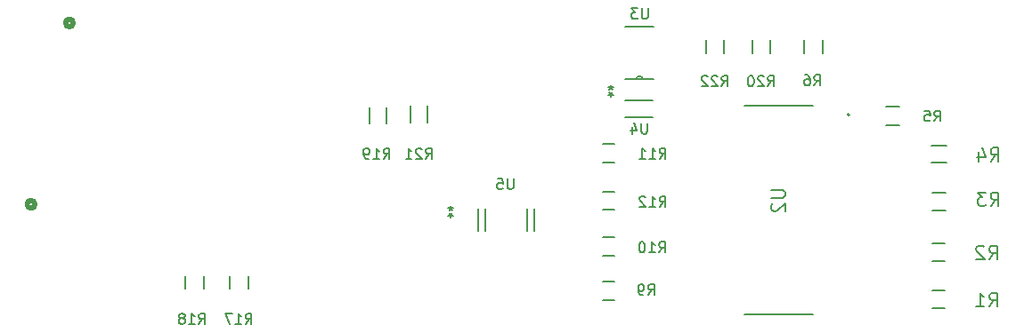
<source format=gbr>
%TF.GenerationSoftware,KiCad,Pcbnew,9.0.0*%
%TF.CreationDate,2025-11-28T03:58:01-07:00*%
%TF.ProjectId,signal-board,7369676e-616c-42d6-926f-6172642e6b69,rev?*%
%TF.SameCoordinates,Original*%
%TF.FileFunction,Legend,Bot*%
%TF.FilePolarity,Positive*%
%FSLAX46Y46*%
G04 Gerber Fmt 4.6, Leading zero omitted, Abs format (unit mm)*
G04 Created by KiCad (PCBNEW 9.0.0) date 2025-11-28 03:58:01*
%MOMM*%
%LPD*%
G01*
G04 APERTURE LIST*
%ADD10C,0.200000*%
%ADD11C,0.150000*%
%ADD12C,0.160000*%
%ADD13C,0.127000*%
%ADD14C,0.152400*%
%ADD15C,0.508000*%
G04 APERTURE END LIST*
D10*
X187546666Y-80692219D02*
X187879999Y-80216028D01*
X188118094Y-80692219D02*
X188118094Y-79692219D01*
X188118094Y-79692219D02*
X187737142Y-79692219D01*
X187737142Y-79692219D02*
X187641904Y-79739838D01*
X187641904Y-79739838D02*
X187594285Y-79787457D01*
X187594285Y-79787457D02*
X187546666Y-79882695D01*
X187546666Y-79882695D02*
X187546666Y-80025552D01*
X187546666Y-80025552D02*
X187594285Y-80120790D01*
X187594285Y-80120790D02*
X187641904Y-80168409D01*
X187641904Y-80168409D02*
X187737142Y-80216028D01*
X187737142Y-80216028D02*
X188118094Y-80216028D01*
X186641904Y-79692219D02*
X187118094Y-79692219D01*
X187118094Y-79692219D02*
X187165713Y-80168409D01*
X187165713Y-80168409D02*
X187118094Y-80120790D01*
X187118094Y-80120790D02*
X187022856Y-80073171D01*
X187022856Y-80073171D02*
X186784761Y-80073171D01*
X186784761Y-80073171D02*
X186689523Y-80120790D01*
X186689523Y-80120790D02*
X186641904Y-80168409D01*
X186641904Y-80168409D02*
X186594285Y-80263647D01*
X186594285Y-80263647D02*
X186594285Y-80501742D01*
X186594285Y-80501742D02*
X186641904Y-80596980D01*
X186641904Y-80596980D02*
X186689523Y-80644600D01*
X186689523Y-80644600D02*
X186784761Y-80692219D01*
X186784761Y-80692219D02*
X187022856Y-80692219D01*
X187022856Y-80692219D02*
X187118094Y-80644600D01*
X187118094Y-80644600D02*
X187165713Y-80596980D01*
X176126666Y-77292219D02*
X176459999Y-76816028D01*
X176698094Y-77292219D02*
X176698094Y-76292219D01*
X176698094Y-76292219D02*
X176317142Y-76292219D01*
X176317142Y-76292219D02*
X176221904Y-76339838D01*
X176221904Y-76339838D02*
X176174285Y-76387457D01*
X176174285Y-76387457D02*
X176126666Y-76482695D01*
X176126666Y-76482695D02*
X176126666Y-76625552D01*
X176126666Y-76625552D02*
X176174285Y-76720790D01*
X176174285Y-76720790D02*
X176221904Y-76768409D01*
X176221904Y-76768409D02*
X176317142Y-76816028D01*
X176317142Y-76816028D02*
X176698094Y-76816028D01*
X175269523Y-76292219D02*
X175459999Y-76292219D01*
X175459999Y-76292219D02*
X175555237Y-76339838D01*
X175555237Y-76339838D02*
X175602856Y-76387457D01*
X175602856Y-76387457D02*
X175698094Y-76530314D01*
X175698094Y-76530314D02*
X175745713Y-76720790D01*
X175745713Y-76720790D02*
X175745713Y-77101742D01*
X175745713Y-77101742D02*
X175698094Y-77196980D01*
X175698094Y-77196980D02*
X175650475Y-77244600D01*
X175650475Y-77244600D02*
X175555237Y-77292219D01*
X175555237Y-77292219D02*
X175364761Y-77292219D01*
X175364761Y-77292219D02*
X175269523Y-77244600D01*
X175269523Y-77244600D02*
X175221904Y-77196980D01*
X175221904Y-77196980D02*
X175174285Y-77101742D01*
X175174285Y-77101742D02*
X175174285Y-76863647D01*
X175174285Y-76863647D02*
X175221904Y-76768409D01*
X175221904Y-76768409D02*
X175269523Y-76720790D01*
X175269523Y-76720790D02*
X175364761Y-76673171D01*
X175364761Y-76673171D02*
X175555237Y-76673171D01*
X175555237Y-76673171D02*
X175650475Y-76720790D01*
X175650475Y-76720790D02*
X175698094Y-76768409D01*
X175698094Y-76768409D02*
X175745713Y-76863647D01*
X192916666Y-84521004D02*
X193349999Y-83901957D01*
X193659523Y-84521004D02*
X193659523Y-83221004D01*
X193659523Y-83221004D02*
X193164285Y-83221004D01*
X193164285Y-83221004D02*
X193040475Y-83282909D01*
X193040475Y-83282909D02*
X192978570Y-83344814D01*
X192978570Y-83344814D02*
X192916666Y-83468623D01*
X192916666Y-83468623D02*
X192916666Y-83654338D01*
X192916666Y-83654338D02*
X192978570Y-83778147D01*
X192978570Y-83778147D02*
X193040475Y-83840052D01*
X193040475Y-83840052D02*
X193164285Y-83901957D01*
X193164285Y-83901957D02*
X193659523Y-83901957D01*
X191802380Y-83654338D02*
X191802380Y-84521004D01*
X192111904Y-83159100D02*
X192421427Y-84087671D01*
X192421427Y-84087671D02*
X191616666Y-84087671D01*
X192776666Y-98371004D02*
X193209999Y-97751957D01*
X193519523Y-98371004D02*
X193519523Y-97071004D01*
X193519523Y-97071004D02*
X193024285Y-97071004D01*
X193024285Y-97071004D02*
X192900475Y-97132909D01*
X192900475Y-97132909D02*
X192838570Y-97194814D01*
X192838570Y-97194814D02*
X192776666Y-97318623D01*
X192776666Y-97318623D02*
X192776666Y-97504338D01*
X192776666Y-97504338D02*
X192838570Y-97628147D01*
X192838570Y-97628147D02*
X192900475Y-97690052D01*
X192900475Y-97690052D02*
X193024285Y-97751957D01*
X193024285Y-97751957D02*
X193519523Y-97751957D01*
X191538570Y-98371004D02*
X192281427Y-98371004D01*
X191909999Y-98371004D02*
X191909999Y-97071004D01*
X191909999Y-97071004D02*
X192033808Y-97256719D01*
X192033808Y-97256719D02*
X192157618Y-97380528D01*
X192157618Y-97380528D02*
X192281427Y-97442433D01*
X192776666Y-93871004D02*
X193209999Y-93251957D01*
X193519523Y-93871004D02*
X193519523Y-92571004D01*
X193519523Y-92571004D02*
X193024285Y-92571004D01*
X193024285Y-92571004D02*
X192900475Y-92632909D01*
X192900475Y-92632909D02*
X192838570Y-92694814D01*
X192838570Y-92694814D02*
X192776666Y-92818623D01*
X192776666Y-92818623D02*
X192776666Y-93004338D01*
X192776666Y-93004338D02*
X192838570Y-93128147D01*
X192838570Y-93128147D02*
X192900475Y-93190052D01*
X192900475Y-93190052D02*
X193024285Y-93251957D01*
X193024285Y-93251957D02*
X193519523Y-93251957D01*
X192281427Y-92694814D02*
X192219523Y-92632909D01*
X192219523Y-92632909D02*
X192095713Y-92571004D01*
X192095713Y-92571004D02*
X191786189Y-92571004D01*
X191786189Y-92571004D02*
X191662380Y-92632909D01*
X191662380Y-92632909D02*
X191600475Y-92694814D01*
X191600475Y-92694814D02*
X191538570Y-92818623D01*
X191538570Y-92818623D02*
X191538570Y-92942433D01*
X191538570Y-92942433D02*
X191600475Y-93128147D01*
X191600475Y-93128147D02*
X192343332Y-93871004D01*
X192343332Y-93871004D02*
X191538570Y-93871004D01*
X192916666Y-88771004D02*
X193349999Y-88151957D01*
X193659523Y-88771004D02*
X193659523Y-87471004D01*
X193659523Y-87471004D02*
X193164285Y-87471004D01*
X193164285Y-87471004D02*
X193040475Y-87532909D01*
X193040475Y-87532909D02*
X192978570Y-87594814D01*
X192978570Y-87594814D02*
X192916666Y-87718623D01*
X192916666Y-87718623D02*
X192916666Y-87904338D01*
X192916666Y-87904338D02*
X192978570Y-88028147D01*
X192978570Y-88028147D02*
X193040475Y-88090052D01*
X193040475Y-88090052D02*
X193164285Y-88151957D01*
X193164285Y-88151957D02*
X193659523Y-88151957D01*
X192483332Y-87471004D02*
X191678570Y-87471004D01*
X191678570Y-87471004D02*
X192111904Y-87966242D01*
X192111904Y-87966242D02*
X191926189Y-87966242D01*
X191926189Y-87966242D02*
X191802380Y-88028147D01*
X191802380Y-88028147D02*
X191740475Y-88090052D01*
X191740475Y-88090052D02*
X191678570Y-88213861D01*
X191678570Y-88213861D02*
X191678570Y-88523385D01*
X191678570Y-88523385D02*
X191740475Y-88647195D01*
X191740475Y-88647195D02*
X191802380Y-88709100D01*
X191802380Y-88709100D02*
X191926189Y-88771004D01*
X191926189Y-88771004D02*
X192297618Y-88771004D01*
X192297618Y-88771004D02*
X192421427Y-88709100D01*
X192421427Y-88709100D02*
X192483332Y-88647195D01*
X117622857Y-100032219D02*
X117956190Y-99556028D01*
X118194285Y-100032219D02*
X118194285Y-99032219D01*
X118194285Y-99032219D02*
X117813333Y-99032219D01*
X117813333Y-99032219D02*
X117718095Y-99079838D01*
X117718095Y-99079838D02*
X117670476Y-99127457D01*
X117670476Y-99127457D02*
X117622857Y-99222695D01*
X117622857Y-99222695D02*
X117622857Y-99365552D01*
X117622857Y-99365552D02*
X117670476Y-99460790D01*
X117670476Y-99460790D02*
X117718095Y-99508409D01*
X117718095Y-99508409D02*
X117813333Y-99556028D01*
X117813333Y-99556028D02*
X118194285Y-99556028D01*
X116670476Y-100032219D02*
X117241904Y-100032219D01*
X116956190Y-100032219D02*
X116956190Y-99032219D01*
X116956190Y-99032219D02*
X117051428Y-99175076D01*
X117051428Y-99175076D02*
X117146666Y-99270314D01*
X117146666Y-99270314D02*
X117241904Y-99317933D01*
X116099047Y-99460790D02*
X116194285Y-99413171D01*
X116194285Y-99413171D02*
X116241904Y-99365552D01*
X116241904Y-99365552D02*
X116289523Y-99270314D01*
X116289523Y-99270314D02*
X116289523Y-99222695D01*
X116289523Y-99222695D02*
X116241904Y-99127457D01*
X116241904Y-99127457D02*
X116194285Y-99079838D01*
X116194285Y-99079838D02*
X116099047Y-99032219D01*
X116099047Y-99032219D02*
X115908571Y-99032219D01*
X115908571Y-99032219D02*
X115813333Y-99079838D01*
X115813333Y-99079838D02*
X115765714Y-99127457D01*
X115765714Y-99127457D02*
X115718095Y-99222695D01*
X115718095Y-99222695D02*
X115718095Y-99270314D01*
X115718095Y-99270314D02*
X115765714Y-99365552D01*
X115765714Y-99365552D02*
X115813333Y-99413171D01*
X115813333Y-99413171D02*
X115908571Y-99460790D01*
X115908571Y-99460790D02*
X116099047Y-99460790D01*
X116099047Y-99460790D02*
X116194285Y-99508409D01*
X116194285Y-99508409D02*
X116241904Y-99556028D01*
X116241904Y-99556028D02*
X116289523Y-99651266D01*
X116289523Y-99651266D02*
X116289523Y-99841742D01*
X116289523Y-99841742D02*
X116241904Y-99936980D01*
X116241904Y-99936980D02*
X116194285Y-99984600D01*
X116194285Y-99984600D02*
X116099047Y-100032219D01*
X116099047Y-100032219D02*
X115908571Y-100032219D01*
X115908571Y-100032219D02*
X115813333Y-99984600D01*
X115813333Y-99984600D02*
X115765714Y-99936980D01*
X115765714Y-99936980D02*
X115718095Y-99841742D01*
X115718095Y-99841742D02*
X115718095Y-99651266D01*
X115718095Y-99651266D02*
X115765714Y-99556028D01*
X115765714Y-99556028D02*
X115813333Y-99508409D01*
X115813333Y-99508409D02*
X115908571Y-99460790D01*
D11*
X160271904Y-80884819D02*
X160271904Y-81694342D01*
X160271904Y-81694342D02*
X160224285Y-81789580D01*
X160224285Y-81789580D02*
X160176666Y-81837200D01*
X160176666Y-81837200D02*
X160081428Y-81884819D01*
X160081428Y-81884819D02*
X159890952Y-81884819D01*
X159890952Y-81884819D02*
X159795714Y-81837200D01*
X159795714Y-81837200D02*
X159748095Y-81789580D01*
X159748095Y-81789580D02*
X159700476Y-81694342D01*
X159700476Y-81694342D02*
X159700476Y-80884819D01*
X158795714Y-81218152D02*
X158795714Y-81884819D01*
X159033809Y-80837200D02*
X159271904Y-81551485D01*
X159271904Y-81551485D02*
X158652857Y-81551485D01*
X147541904Y-86164819D02*
X147541904Y-86974342D01*
X147541904Y-86974342D02*
X147494285Y-87069580D01*
X147494285Y-87069580D02*
X147446666Y-87117200D01*
X147446666Y-87117200D02*
X147351428Y-87164819D01*
X147351428Y-87164819D02*
X147160952Y-87164819D01*
X147160952Y-87164819D02*
X147065714Y-87117200D01*
X147065714Y-87117200D02*
X147018095Y-87069580D01*
X147018095Y-87069580D02*
X146970476Y-86974342D01*
X146970476Y-86974342D02*
X146970476Y-86164819D01*
X146018095Y-86164819D02*
X146494285Y-86164819D01*
X146494285Y-86164819D02*
X146541904Y-86641009D01*
X146541904Y-86641009D02*
X146494285Y-86593390D01*
X146494285Y-86593390D02*
X146399047Y-86545771D01*
X146399047Y-86545771D02*
X146160952Y-86545771D01*
X146160952Y-86545771D02*
X146065714Y-86593390D01*
X146065714Y-86593390D02*
X146018095Y-86641009D01*
X146018095Y-86641009D02*
X145970476Y-86736247D01*
X145970476Y-86736247D02*
X145970476Y-86974342D01*
X145970476Y-86974342D02*
X146018095Y-87069580D01*
X146018095Y-87069580D02*
X146065714Y-87117200D01*
X146065714Y-87117200D02*
X146160952Y-87164819D01*
X146160952Y-87164819D02*
X146399047Y-87164819D01*
X146399047Y-87164819D02*
X146494285Y-87117200D01*
X146494285Y-87117200D02*
X146541904Y-87069580D01*
X141574998Y-88794419D02*
X141574998Y-89032514D01*
X141813093Y-88937276D02*
X141574998Y-89032514D01*
X141574998Y-89032514D02*
X141336903Y-88937276D01*
X141717855Y-89222990D02*
X141574998Y-89032514D01*
X141574998Y-89032514D02*
X141432141Y-89222990D01*
X141574999Y-89884780D02*
X141574999Y-89646685D01*
X141336904Y-89741923D02*
X141574999Y-89646685D01*
X141574999Y-89646685D02*
X141813094Y-89741923D01*
X141432142Y-89456209D02*
X141574999Y-89646685D01*
X141574999Y-89646685D02*
X141717856Y-89456209D01*
D10*
X122062857Y-100032219D02*
X122396190Y-99556028D01*
X122634285Y-100032219D02*
X122634285Y-99032219D01*
X122634285Y-99032219D02*
X122253333Y-99032219D01*
X122253333Y-99032219D02*
X122158095Y-99079838D01*
X122158095Y-99079838D02*
X122110476Y-99127457D01*
X122110476Y-99127457D02*
X122062857Y-99222695D01*
X122062857Y-99222695D02*
X122062857Y-99365552D01*
X122062857Y-99365552D02*
X122110476Y-99460790D01*
X122110476Y-99460790D02*
X122158095Y-99508409D01*
X122158095Y-99508409D02*
X122253333Y-99556028D01*
X122253333Y-99556028D02*
X122634285Y-99556028D01*
X121110476Y-100032219D02*
X121681904Y-100032219D01*
X121396190Y-100032219D02*
X121396190Y-99032219D01*
X121396190Y-99032219D02*
X121491428Y-99175076D01*
X121491428Y-99175076D02*
X121586666Y-99270314D01*
X121586666Y-99270314D02*
X121681904Y-99317933D01*
X120777142Y-99032219D02*
X120110476Y-99032219D01*
X120110476Y-99032219D02*
X120539047Y-100032219D01*
X161422857Y-88858219D02*
X161756190Y-88382028D01*
X161994285Y-88858219D02*
X161994285Y-87858219D01*
X161994285Y-87858219D02*
X161613333Y-87858219D01*
X161613333Y-87858219D02*
X161518095Y-87905838D01*
X161518095Y-87905838D02*
X161470476Y-87953457D01*
X161470476Y-87953457D02*
X161422857Y-88048695D01*
X161422857Y-88048695D02*
X161422857Y-88191552D01*
X161422857Y-88191552D02*
X161470476Y-88286790D01*
X161470476Y-88286790D02*
X161518095Y-88334409D01*
X161518095Y-88334409D02*
X161613333Y-88382028D01*
X161613333Y-88382028D02*
X161994285Y-88382028D01*
X160470476Y-88858219D02*
X161041904Y-88858219D01*
X160756190Y-88858219D02*
X160756190Y-87858219D01*
X160756190Y-87858219D02*
X160851428Y-88001076D01*
X160851428Y-88001076D02*
X160946666Y-88096314D01*
X160946666Y-88096314D02*
X161041904Y-88143933D01*
X160089523Y-87953457D02*
X160041904Y-87905838D01*
X160041904Y-87905838D02*
X159946666Y-87858219D01*
X159946666Y-87858219D02*
X159708571Y-87858219D01*
X159708571Y-87858219D02*
X159613333Y-87905838D01*
X159613333Y-87905838D02*
X159565714Y-87953457D01*
X159565714Y-87953457D02*
X159518095Y-88048695D01*
X159518095Y-88048695D02*
X159518095Y-88143933D01*
X159518095Y-88143933D02*
X159565714Y-88286790D01*
X159565714Y-88286790D02*
X160137142Y-88858219D01*
X160137142Y-88858219D02*
X159518095Y-88858219D01*
D12*
X135172857Y-84294299D02*
X135506190Y-83818108D01*
X135744285Y-84294299D02*
X135744285Y-83294299D01*
X135744285Y-83294299D02*
X135363333Y-83294299D01*
X135363333Y-83294299D02*
X135268095Y-83341918D01*
X135268095Y-83341918D02*
X135220476Y-83389537D01*
X135220476Y-83389537D02*
X135172857Y-83484775D01*
X135172857Y-83484775D02*
X135172857Y-83627632D01*
X135172857Y-83627632D02*
X135220476Y-83722870D01*
X135220476Y-83722870D02*
X135268095Y-83770489D01*
X135268095Y-83770489D02*
X135363333Y-83818108D01*
X135363333Y-83818108D02*
X135744285Y-83818108D01*
X134220476Y-84294299D02*
X134791904Y-84294299D01*
X134506190Y-84294299D02*
X134506190Y-83294299D01*
X134506190Y-83294299D02*
X134601428Y-83437156D01*
X134601428Y-83437156D02*
X134696666Y-83532394D01*
X134696666Y-83532394D02*
X134791904Y-83580013D01*
X133744285Y-84294299D02*
X133553809Y-84294299D01*
X133553809Y-84294299D02*
X133458571Y-84246680D01*
X133458571Y-84246680D02*
X133410952Y-84199060D01*
X133410952Y-84199060D02*
X133315714Y-84056203D01*
X133315714Y-84056203D02*
X133268095Y-83865727D01*
X133268095Y-83865727D02*
X133268095Y-83484775D01*
X133268095Y-83484775D02*
X133315714Y-83389537D01*
X133315714Y-83389537D02*
X133363333Y-83341918D01*
X133363333Y-83341918D02*
X133458571Y-83294299D01*
X133458571Y-83294299D02*
X133649047Y-83294299D01*
X133649047Y-83294299D02*
X133744285Y-83341918D01*
X133744285Y-83341918D02*
X133791904Y-83389537D01*
X133791904Y-83389537D02*
X133839523Y-83484775D01*
X133839523Y-83484775D02*
X133839523Y-83722870D01*
X133839523Y-83722870D02*
X133791904Y-83818108D01*
X133791904Y-83818108D02*
X133744285Y-83865727D01*
X133744285Y-83865727D02*
X133649047Y-83913346D01*
X133649047Y-83913346D02*
X133458571Y-83913346D01*
X133458571Y-83913346D02*
X133363333Y-83865727D01*
X133363333Y-83865727D02*
X133315714Y-83818108D01*
X133315714Y-83818108D02*
X133268095Y-83722870D01*
D10*
X167332857Y-77358219D02*
X167666190Y-76882028D01*
X167904285Y-77358219D02*
X167904285Y-76358219D01*
X167904285Y-76358219D02*
X167523333Y-76358219D01*
X167523333Y-76358219D02*
X167428095Y-76405838D01*
X167428095Y-76405838D02*
X167380476Y-76453457D01*
X167380476Y-76453457D02*
X167332857Y-76548695D01*
X167332857Y-76548695D02*
X167332857Y-76691552D01*
X167332857Y-76691552D02*
X167380476Y-76786790D01*
X167380476Y-76786790D02*
X167428095Y-76834409D01*
X167428095Y-76834409D02*
X167523333Y-76882028D01*
X167523333Y-76882028D02*
X167904285Y-76882028D01*
X166951904Y-76453457D02*
X166904285Y-76405838D01*
X166904285Y-76405838D02*
X166809047Y-76358219D01*
X166809047Y-76358219D02*
X166570952Y-76358219D01*
X166570952Y-76358219D02*
X166475714Y-76405838D01*
X166475714Y-76405838D02*
X166428095Y-76453457D01*
X166428095Y-76453457D02*
X166380476Y-76548695D01*
X166380476Y-76548695D02*
X166380476Y-76643933D01*
X166380476Y-76643933D02*
X166428095Y-76786790D01*
X166428095Y-76786790D02*
X166999523Y-77358219D01*
X166999523Y-77358219D02*
X166380476Y-77358219D01*
X165999523Y-76453457D02*
X165951904Y-76405838D01*
X165951904Y-76405838D02*
X165856666Y-76358219D01*
X165856666Y-76358219D02*
X165618571Y-76358219D01*
X165618571Y-76358219D02*
X165523333Y-76405838D01*
X165523333Y-76405838D02*
X165475714Y-76453457D01*
X165475714Y-76453457D02*
X165428095Y-76548695D01*
X165428095Y-76548695D02*
X165428095Y-76643933D01*
X165428095Y-76643933D02*
X165475714Y-76786790D01*
X165475714Y-76786790D02*
X166047142Y-77358219D01*
X166047142Y-77358219D02*
X165428095Y-77358219D01*
X160346666Y-97258219D02*
X160679999Y-96782028D01*
X160918094Y-97258219D02*
X160918094Y-96258219D01*
X160918094Y-96258219D02*
X160537142Y-96258219D01*
X160537142Y-96258219D02*
X160441904Y-96305838D01*
X160441904Y-96305838D02*
X160394285Y-96353457D01*
X160394285Y-96353457D02*
X160346666Y-96448695D01*
X160346666Y-96448695D02*
X160346666Y-96591552D01*
X160346666Y-96591552D02*
X160394285Y-96686790D01*
X160394285Y-96686790D02*
X160441904Y-96734409D01*
X160441904Y-96734409D02*
X160537142Y-96782028D01*
X160537142Y-96782028D02*
X160918094Y-96782028D01*
X159870475Y-97258219D02*
X159679999Y-97258219D01*
X159679999Y-97258219D02*
X159584761Y-97210600D01*
X159584761Y-97210600D02*
X159537142Y-97162980D01*
X159537142Y-97162980D02*
X159441904Y-97020123D01*
X159441904Y-97020123D02*
X159394285Y-96829647D01*
X159394285Y-96829647D02*
X159394285Y-96448695D01*
X159394285Y-96448695D02*
X159441904Y-96353457D01*
X159441904Y-96353457D02*
X159489523Y-96305838D01*
X159489523Y-96305838D02*
X159584761Y-96258219D01*
X159584761Y-96258219D02*
X159775237Y-96258219D01*
X159775237Y-96258219D02*
X159870475Y-96305838D01*
X159870475Y-96305838D02*
X159918094Y-96353457D01*
X159918094Y-96353457D02*
X159965713Y-96448695D01*
X159965713Y-96448695D02*
X159965713Y-96686790D01*
X159965713Y-96686790D02*
X159918094Y-96782028D01*
X159918094Y-96782028D02*
X159870475Y-96829647D01*
X159870475Y-96829647D02*
X159775237Y-96877266D01*
X159775237Y-96877266D02*
X159584761Y-96877266D01*
X159584761Y-96877266D02*
X159489523Y-96829647D01*
X159489523Y-96829647D02*
X159441904Y-96782028D01*
X159441904Y-96782028D02*
X159394285Y-96686790D01*
X172081004Y-87254673D02*
X173133385Y-87254673D01*
X173133385Y-87254673D02*
X173257195Y-87316578D01*
X173257195Y-87316578D02*
X173319100Y-87378483D01*
X173319100Y-87378483D02*
X173381004Y-87502292D01*
X173381004Y-87502292D02*
X173381004Y-87749911D01*
X173381004Y-87749911D02*
X173319100Y-87873721D01*
X173319100Y-87873721D02*
X173257195Y-87935626D01*
X173257195Y-87935626D02*
X173133385Y-87997530D01*
X173133385Y-87997530D02*
X172081004Y-87997530D01*
X172204814Y-88554674D02*
X172142909Y-88616578D01*
X172142909Y-88616578D02*
X172081004Y-88740388D01*
X172081004Y-88740388D02*
X172081004Y-89049912D01*
X172081004Y-89049912D02*
X172142909Y-89173721D01*
X172142909Y-89173721D02*
X172204814Y-89235626D01*
X172204814Y-89235626D02*
X172328623Y-89297531D01*
X172328623Y-89297531D02*
X172452433Y-89297531D01*
X172452433Y-89297531D02*
X172638147Y-89235626D01*
X172638147Y-89235626D02*
X173381004Y-88492769D01*
X173381004Y-88492769D02*
X173381004Y-89297531D01*
D11*
X160321904Y-69924819D02*
X160321904Y-70734342D01*
X160321904Y-70734342D02*
X160274285Y-70829580D01*
X160274285Y-70829580D02*
X160226666Y-70877200D01*
X160226666Y-70877200D02*
X160131428Y-70924819D01*
X160131428Y-70924819D02*
X159940952Y-70924819D01*
X159940952Y-70924819D02*
X159845714Y-70877200D01*
X159845714Y-70877200D02*
X159798095Y-70829580D01*
X159798095Y-70829580D02*
X159750476Y-70734342D01*
X159750476Y-70734342D02*
X159750476Y-69924819D01*
X159369523Y-69924819D02*
X158750476Y-69924819D01*
X158750476Y-69924819D02*
X159083809Y-70305771D01*
X159083809Y-70305771D02*
X158940952Y-70305771D01*
X158940952Y-70305771D02*
X158845714Y-70353390D01*
X158845714Y-70353390D02*
X158798095Y-70401009D01*
X158798095Y-70401009D02*
X158750476Y-70496247D01*
X158750476Y-70496247D02*
X158750476Y-70734342D01*
X158750476Y-70734342D02*
X158798095Y-70829580D01*
X158798095Y-70829580D02*
X158845714Y-70877200D01*
X158845714Y-70877200D02*
X158940952Y-70924819D01*
X158940952Y-70924819D02*
X159226666Y-70924819D01*
X159226666Y-70924819D02*
X159321904Y-70877200D01*
X159321904Y-70877200D02*
X159369523Y-70829580D01*
X156802199Y-77259719D02*
X156802199Y-77497814D01*
X157040294Y-77402576D02*
X156802199Y-77497814D01*
X156802199Y-77497814D02*
X156564104Y-77402576D01*
X156945056Y-77688290D02*
X156802199Y-77497814D01*
X156802199Y-77497814D02*
X156659342Y-77688290D01*
X156802200Y-78350080D02*
X156802200Y-78111985D01*
X156564105Y-78207223D02*
X156802200Y-78111985D01*
X156802200Y-78111985D02*
X157040295Y-78207223D01*
X156659343Y-77921509D02*
X156802200Y-78111985D01*
X156802200Y-78111985D02*
X156945057Y-77921509D01*
D10*
X161372857Y-93208219D02*
X161706190Y-92732028D01*
X161944285Y-93208219D02*
X161944285Y-92208219D01*
X161944285Y-92208219D02*
X161563333Y-92208219D01*
X161563333Y-92208219D02*
X161468095Y-92255838D01*
X161468095Y-92255838D02*
X161420476Y-92303457D01*
X161420476Y-92303457D02*
X161372857Y-92398695D01*
X161372857Y-92398695D02*
X161372857Y-92541552D01*
X161372857Y-92541552D02*
X161420476Y-92636790D01*
X161420476Y-92636790D02*
X161468095Y-92684409D01*
X161468095Y-92684409D02*
X161563333Y-92732028D01*
X161563333Y-92732028D02*
X161944285Y-92732028D01*
X160420476Y-93208219D02*
X160991904Y-93208219D01*
X160706190Y-93208219D02*
X160706190Y-92208219D01*
X160706190Y-92208219D02*
X160801428Y-92351076D01*
X160801428Y-92351076D02*
X160896666Y-92446314D01*
X160896666Y-92446314D02*
X160991904Y-92493933D01*
X159801428Y-92208219D02*
X159706190Y-92208219D01*
X159706190Y-92208219D02*
X159610952Y-92255838D01*
X159610952Y-92255838D02*
X159563333Y-92303457D01*
X159563333Y-92303457D02*
X159515714Y-92398695D01*
X159515714Y-92398695D02*
X159468095Y-92589171D01*
X159468095Y-92589171D02*
X159468095Y-92827266D01*
X159468095Y-92827266D02*
X159515714Y-93017742D01*
X159515714Y-93017742D02*
X159563333Y-93112980D01*
X159563333Y-93112980D02*
X159610952Y-93160600D01*
X159610952Y-93160600D02*
X159706190Y-93208219D01*
X159706190Y-93208219D02*
X159801428Y-93208219D01*
X159801428Y-93208219D02*
X159896666Y-93160600D01*
X159896666Y-93160600D02*
X159944285Y-93112980D01*
X159944285Y-93112980D02*
X159991904Y-93017742D01*
X159991904Y-93017742D02*
X160039523Y-92827266D01*
X160039523Y-92827266D02*
X160039523Y-92589171D01*
X160039523Y-92589171D02*
X159991904Y-92398695D01*
X159991904Y-92398695D02*
X159944285Y-92303457D01*
X159944285Y-92303457D02*
X159896666Y-92255838D01*
X159896666Y-92255838D02*
X159801428Y-92208219D01*
X171722857Y-77358219D02*
X172056190Y-76882028D01*
X172294285Y-77358219D02*
X172294285Y-76358219D01*
X172294285Y-76358219D02*
X171913333Y-76358219D01*
X171913333Y-76358219D02*
X171818095Y-76405838D01*
X171818095Y-76405838D02*
X171770476Y-76453457D01*
X171770476Y-76453457D02*
X171722857Y-76548695D01*
X171722857Y-76548695D02*
X171722857Y-76691552D01*
X171722857Y-76691552D02*
X171770476Y-76786790D01*
X171770476Y-76786790D02*
X171818095Y-76834409D01*
X171818095Y-76834409D02*
X171913333Y-76882028D01*
X171913333Y-76882028D02*
X172294285Y-76882028D01*
X171341904Y-76453457D02*
X171294285Y-76405838D01*
X171294285Y-76405838D02*
X171199047Y-76358219D01*
X171199047Y-76358219D02*
X170960952Y-76358219D01*
X170960952Y-76358219D02*
X170865714Y-76405838D01*
X170865714Y-76405838D02*
X170818095Y-76453457D01*
X170818095Y-76453457D02*
X170770476Y-76548695D01*
X170770476Y-76548695D02*
X170770476Y-76643933D01*
X170770476Y-76643933D02*
X170818095Y-76786790D01*
X170818095Y-76786790D02*
X171389523Y-77358219D01*
X171389523Y-77358219D02*
X170770476Y-77358219D01*
X170151428Y-76358219D02*
X170056190Y-76358219D01*
X170056190Y-76358219D02*
X169960952Y-76405838D01*
X169960952Y-76405838D02*
X169913333Y-76453457D01*
X169913333Y-76453457D02*
X169865714Y-76548695D01*
X169865714Y-76548695D02*
X169818095Y-76739171D01*
X169818095Y-76739171D02*
X169818095Y-76977266D01*
X169818095Y-76977266D02*
X169865714Y-77167742D01*
X169865714Y-77167742D02*
X169913333Y-77262980D01*
X169913333Y-77262980D02*
X169960952Y-77310600D01*
X169960952Y-77310600D02*
X170056190Y-77358219D01*
X170056190Y-77358219D02*
X170151428Y-77358219D01*
X170151428Y-77358219D02*
X170246666Y-77310600D01*
X170246666Y-77310600D02*
X170294285Y-77262980D01*
X170294285Y-77262980D02*
X170341904Y-77167742D01*
X170341904Y-77167742D02*
X170389523Y-76977266D01*
X170389523Y-76977266D02*
X170389523Y-76739171D01*
X170389523Y-76739171D02*
X170341904Y-76548695D01*
X170341904Y-76548695D02*
X170294285Y-76453457D01*
X170294285Y-76453457D02*
X170246666Y-76405838D01*
X170246666Y-76405838D02*
X170151428Y-76358219D01*
X139202857Y-84282219D02*
X139536190Y-83806028D01*
X139774285Y-84282219D02*
X139774285Y-83282219D01*
X139774285Y-83282219D02*
X139393333Y-83282219D01*
X139393333Y-83282219D02*
X139298095Y-83329838D01*
X139298095Y-83329838D02*
X139250476Y-83377457D01*
X139250476Y-83377457D02*
X139202857Y-83472695D01*
X139202857Y-83472695D02*
X139202857Y-83615552D01*
X139202857Y-83615552D02*
X139250476Y-83710790D01*
X139250476Y-83710790D02*
X139298095Y-83758409D01*
X139298095Y-83758409D02*
X139393333Y-83806028D01*
X139393333Y-83806028D02*
X139774285Y-83806028D01*
X138821904Y-83377457D02*
X138774285Y-83329838D01*
X138774285Y-83329838D02*
X138679047Y-83282219D01*
X138679047Y-83282219D02*
X138440952Y-83282219D01*
X138440952Y-83282219D02*
X138345714Y-83329838D01*
X138345714Y-83329838D02*
X138298095Y-83377457D01*
X138298095Y-83377457D02*
X138250476Y-83472695D01*
X138250476Y-83472695D02*
X138250476Y-83567933D01*
X138250476Y-83567933D02*
X138298095Y-83710790D01*
X138298095Y-83710790D02*
X138869523Y-84282219D01*
X138869523Y-84282219D02*
X138250476Y-84282219D01*
X137298095Y-84282219D02*
X137869523Y-84282219D01*
X137583809Y-84282219D02*
X137583809Y-83282219D01*
X137583809Y-83282219D02*
X137679047Y-83425076D01*
X137679047Y-83425076D02*
X137774285Y-83520314D01*
X137774285Y-83520314D02*
X137869523Y-83567933D01*
X161422857Y-84258219D02*
X161756190Y-83782028D01*
X161994285Y-84258219D02*
X161994285Y-83258219D01*
X161994285Y-83258219D02*
X161613333Y-83258219D01*
X161613333Y-83258219D02*
X161518095Y-83305838D01*
X161518095Y-83305838D02*
X161470476Y-83353457D01*
X161470476Y-83353457D02*
X161422857Y-83448695D01*
X161422857Y-83448695D02*
X161422857Y-83591552D01*
X161422857Y-83591552D02*
X161470476Y-83686790D01*
X161470476Y-83686790D02*
X161518095Y-83734409D01*
X161518095Y-83734409D02*
X161613333Y-83782028D01*
X161613333Y-83782028D02*
X161994285Y-83782028D01*
X160470476Y-84258219D02*
X161041904Y-84258219D01*
X160756190Y-84258219D02*
X160756190Y-83258219D01*
X160756190Y-83258219D02*
X160851428Y-83401076D01*
X160851428Y-83401076D02*
X160946666Y-83496314D01*
X160946666Y-83496314D02*
X161041904Y-83543933D01*
X159518095Y-84258219D02*
X160089523Y-84258219D01*
X159803809Y-84258219D02*
X159803809Y-83258219D01*
X159803809Y-83258219D02*
X159899047Y-83401076D01*
X159899047Y-83401076D02*
X159994285Y-83496314D01*
X159994285Y-83496314D02*
X160089523Y-83543933D01*
D13*
%TO.C,R5*%
X184200000Y-81040000D02*
X182960000Y-81040000D01*
X184200000Y-79340000D02*
X182960000Y-79340000D01*
%TO.C,R4*%
X188700000Y-84670000D02*
X187240000Y-84670000D01*
X188700000Y-83010000D02*
X187240000Y-83010000D01*
%TO.C,R1*%
X188590000Y-98540000D02*
X187350000Y-98540000D01*
X188590000Y-96840000D02*
X187350000Y-96840000D01*
%TO.C,R2*%
X188590000Y-94040000D02*
X187350000Y-94040000D01*
X188590000Y-92340000D02*
X187350000Y-92340000D01*
%TO.C,R3*%
X188630000Y-89190000D02*
X187390000Y-89190000D01*
X188630000Y-87490000D02*
X187390000Y-87490000D01*
%TO.C,R18*%
X118130000Y-96656000D02*
X118130000Y-95476000D01*
X116370000Y-96656000D02*
X116370000Y-95476000D01*
%TO.C,U4*%
X160790000Y-80328100D02*
X158190000Y-80328100D01*
X160790000Y-78728100D02*
X158190000Y-78728100D01*
D14*
%TO.C,U5*%
X149480200Y-91121760D02*
X149480200Y-89016100D01*
X148819800Y-91121760D02*
X148819800Y-89016100D01*
X144880200Y-91121760D02*
X144880200Y-89016100D01*
X144219800Y-91121760D02*
X144219800Y-89016100D01*
D13*
%TO.C,R17*%
X122300000Y-96656000D02*
X122300000Y-95476000D01*
X120540000Y-96656000D02*
X120540000Y-95476000D01*
D15*
%TO.C,J3*%
X105696001Y-71327801D02*
G75*
G02*
X104934001Y-71327801I-381000J0D01*
G01*
X104934001Y-71327801D02*
G75*
G02*
X105696001Y-71327801I381000J0D01*
G01*
D13*
%TO.C,R12*%
X157180000Y-89158100D02*
X156000000Y-89158100D01*
X157180000Y-87398100D02*
X156000000Y-87398100D01*
%TO.C,R6*%
X176910000Y-72990000D02*
X176910000Y-74230000D01*
X175210000Y-72990000D02*
X175210000Y-74230000D01*
%TO.C,R19*%
X135440000Y-80908100D02*
X135440000Y-79348100D01*
X133840000Y-80908100D02*
X133840000Y-79348100D01*
%TO.C,R22*%
X167580000Y-72978100D02*
X167580000Y-74218100D01*
X165880000Y-72978100D02*
X165880000Y-74218100D01*
D15*
%TO.C,J6*%
X102052500Y-88620851D02*
G75*
G02*
X101290500Y-88620851I-381000J0D01*
G01*
X101290500Y-88620851D02*
G75*
G02*
X102052500Y-88620851I381000J0D01*
G01*
D13*
%TO.C,R9*%
X157180000Y-97758100D02*
X156000000Y-97758100D01*
X157180000Y-95998100D02*
X156000000Y-95998100D01*
D10*
%TO.C,U2*%
X179490000Y-80066000D02*
G75*
G02*
X179290000Y-80066000I-100000J0D01*
G01*
X179290000Y-80066000D02*
G75*
G02*
X179490000Y-80066000I100000J0D01*
G01*
D13*
X176040000Y-79246000D02*
X169540000Y-79246000D01*
X169540000Y-99086000D02*
X176040000Y-99086000D01*
D14*
%TO.C,U3*%
X159215200Y-76700000D02*
G75*
G02*
X159824800Y-76700000I304800J0D01*
G01*
X160893653Y-76700000D02*
X158146347Y-76700000D01*
X158146347Y-71696200D02*
X160893653Y-71696200D01*
D13*
%TO.C,R10*%
X157180000Y-93508100D02*
X156000000Y-93508100D01*
X157180000Y-91748100D02*
X156000000Y-91748100D01*
%TO.C,R20*%
X171980000Y-72978100D02*
X171980000Y-74218100D01*
X170280000Y-72978100D02*
X170280000Y-74218100D01*
%TO.C,R21*%
X139360000Y-79248100D02*
X139360000Y-80808100D01*
X137760000Y-79248100D02*
X137760000Y-80808100D01*
%TO.C,R11*%
X157180000Y-84608100D02*
X156000000Y-84608100D01*
X157180000Y-82848100D02*
X156000000Y-82848100D01*
%TD*%
M02*

</source>
